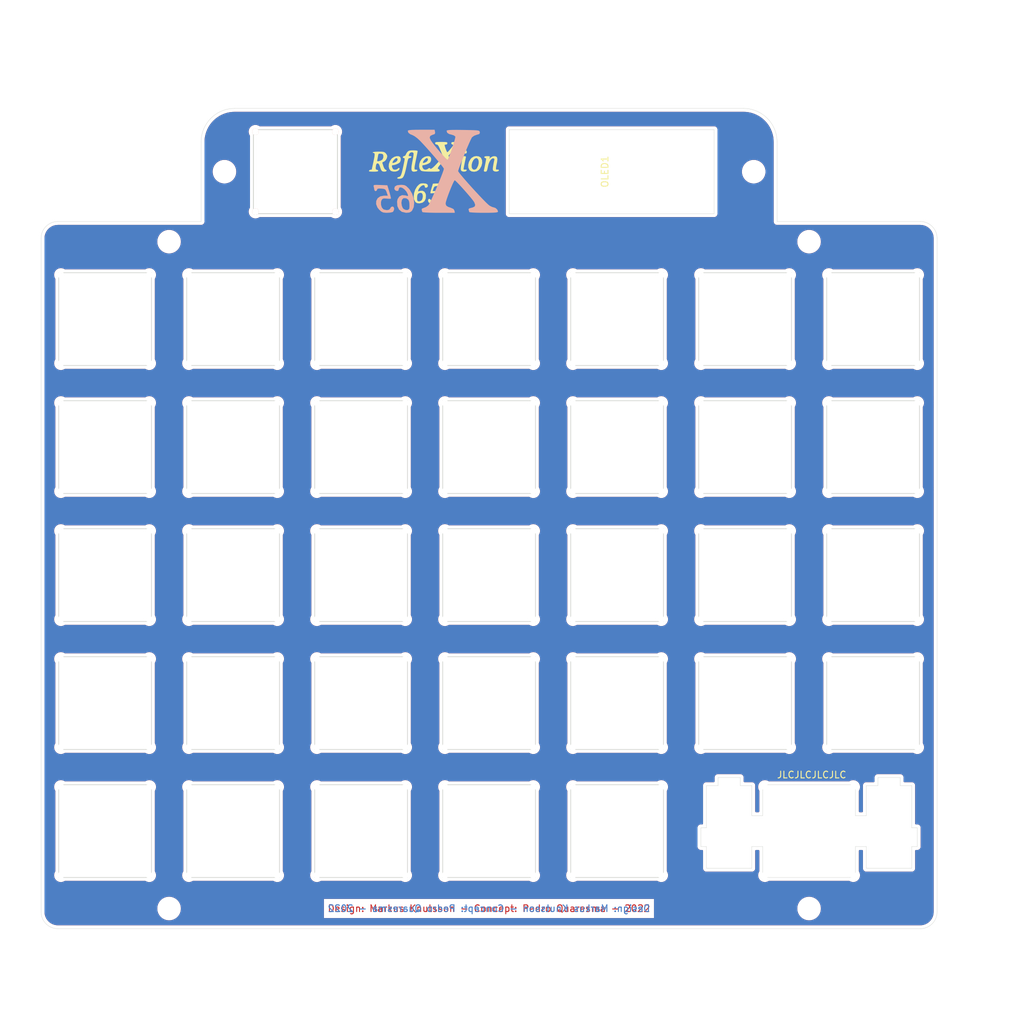
<source format=kicad_pcb>
(kicad_pcb (version 20211014) (generator pcbnew)
  (title_block (title "RefleXion - 65 Front Plate Module") (date "2022-10-10") (rev "1.0.0") (company "Tweety's Wild Thinking") (comment 1 "Design: Markus Knutsson <markus.knutsson@tweety.se>") (comment 2 "Concept: Pedro Quaresma <pq@live.ie>") (comment 3 "https://github.com/TweetyDaBird") (comment 4 "Licensed under Creative Commons BY-SA 4.0 International"))
  (layers (0 "F.Cu" signal) (31 "B.Cu" signal) (34 "B.Paste" user) (35 "F.Paste" user) (36 "B.SilkS" user "B.Silkscreen") (37 "F.SilkS" user "F.Silkscreen") (38 "B.Mask" user) (39 "F.Mask" user) (44 "Edge.Cuts" user))
  (net 0 "")
  (footprint "Keyboard_Plate:Spacer Plate hole" (layer "F.Cu") (at 158.515 35.965)
    (fp_text reference "H3" hide)
    (fp_text value "Spacer_PCB" hide)
    (pad "" np_thru_hole circle (at 0 0) (size 2.5 2.5) (drill 2.5) (layers *.Cu *.Mask))
  )
  (footprint "Keyboard_Plate:SW_MX_Plate_Placeholder" (layer "F.Cu") (at 129.94 123.69)
    (fp_text reference "SW33" hide)
    (fp_text value "SW_Push" hide)
    (fp_line (start 6.9 -6.9) (end -6.9 -6.9) (layer "Edge.Cuts") (width 0.1))
    (fp_line (start 6.9 6.9) (end 6.9 -6.9) (layer "Edge.Cuts") (width 0.1))
    (fp_line (start -6.9 6.9) (end 6.9 6.9) (layer "Edge.Cuts") (width 0.1))
    (fp_line (start -6.9 -6.9) (end -6.9 6.9) (layer "Edge.Cuts") (width 0.1))
    (pad "" np_thru_hole circle (at 6.5786 6.5786) (size 1 1) (drill 1) (layers *.Cu *.Mask))
    (pad "" np_thru_hole circle (at -6.5786 -6.5786) (size 1 1) (drill 1) (layers *.Cu *.Mask))
    (pad "" np_thru_hole circle (at 6.5786 -6.5786) (size 1 1) (drill 1) (layers *.Cu *.Mask))
    (pad "" np_thru_hole circle (at -6.5786 6.5786) (size 1 1) (drill 1) (layers *.Cu *.Mask))
  )
  (footprint "Keyboard_Plate:SW_MX_Plate_Placeholder" (layer "F.Cu") (at 110.89 66.54)
    (fp_text reference "SW11" hide)
    (fp_text value "SW_Push" hide)
    (fp_line (start -6.9 -6.9) (end -6.9 6.9) (layer "Edge.Cuts") (width 0.1))
    (fp_line (start 6.9 6.9) (end 6.9 -6.9) (layer "Edge.Cuts") (width 0.1))
    (fp_line (start -6.9 6.9) (end 6.9 6.9) (layer "Edge.Cuts") (width 0.1))
    (fp_line (start 6.9 -6.9) (end -6.9 -6.9) (layer "Edge.Cuts") (width 0.1))
    (pad "" np_thru_hole circle (at -6.5786 -6.5786) (size 1 1) (drill 1) (layers *.Cu *.Mask))
    (pad "" np_thru_hole circle (at 6.5786 -6.5786) (size 1 1) (drill 1) (layers *.Cu *.Mask))
    (pad "" np_thru_hole circle (at 6.5786 6.5786) (size 1 1) (drill 1) (layers *.Cu *.Mask))
    (pad "" np_thru_hole circle (at -6.5786 6.5786) (size 1 1) (drill 1) (layers *.Cu *.Mask))
  )
  (footprint "Keyboard_Plate:SW_MX_Plate_Placeholder" (layer "F.Cu") (at 72.79 123.69)
    (fp_text reference "SW30" hide)
    (fp_text value "SW_Push" hide)
    (fp_line (start -6.9 6.9) (end 6.9 6.9) (layer "Edge.Cuts") (width 0.1))
    (fp_line (start -6.9 -6.9) (end -6.9 6.9) (layer "Edge.Cuts") (width 0.1))
    (fp_line (start 6.9 -6.9) (end -6.9 -6.9) (layer "Edge.Cuts") (width 0.1))
    (fp_line (start 6.9 6.9) (end 6.9 -6.9) (layer "Edge.Cuts") (width 0.1))
    (pad "" np_thru_hole circle (at -6.5786 -6.5786) (size 1 1) (drill 1) (layers *.Cu *.Mask))
    (pad "" np_thru_hole circle (at -6.5786 6.5786) (size 1 1) (drill 1) (layers *.Cu *.Mask))
    (pad "" np_thru_hole circle (at 6.5786 6.5786) (size 1 1) (drill 1) (layers *.Cu *.Mask))
    (pad "" np_thru_hole circle (at 6.5786 -6.5786) (size 1 1) (drill 1) (layers *.Cu *.Mask))
  )
  (footprint "Keyboard_Plate:SW_MX_Plate_Placeholder" (layer "F.Cu") (at 110.89 123.69)
    (fp_text reference "SW32" hide)
    (fp_text value "SW_Push" hide)
    (fp_line (start 6.9 6.9) (end 6.9 -6.9) (layer "Edge.Cuts") (width 0.1))
    (fp_line (start -6.9 -6.9) (end -6.9 6.9) (layer "Edge.Cuts") (width 0.1))
    (fp_line (start -6.9 6.9) (end 6.9 6.9) (layer "Edge.Cuts") (width 0.1))
    (fp_line (start 6.9 -6.9) (end -6.9 -6.9) (layer "Edge.Cuts") (width 0.1))
    (pad "" np_thru_hole circle (at -6.5786 6.5786) (size 1 1) (drill 1) (layers *.Cu *.Mask))
    (pad "" np_thru_hole circle (at 6.5786 -6.5786) (size 1 1) (drill 1) (layers *.Cu *.Mask))
    (pad "" np_thru_hole circle (at 6.5786 6.5786) (size 1 1) (drill 1) (layers *.Cu *.Mask))
    (pad "" np_thru_hole circle (at -6.5786 -6.5786) (size 1 1) (drill 1) (layers *.Cu *.Mask))
  )
  (footprint "Keyboard_Plate:SW_MX_Plate_Placeholder" (layer "F.Cu") (at 91.84 47.49)
    (fp_text reference "SW3" hide)
    (fp_text value "SW_Push" hide)
    (fp_line (start 6.9 6.9) (end 6.9 -6.9) (layer "Edge.Cuts") (width 0.1))
    (fp_line (start 6.9 -6.9) (end -6.9 -6.9) (layer "Edge.Cuts") (width 0.1))
    (fp_line (start -6.9 -6.9) (end -6.9 6.9) (layer "Edge.Cuts") (width 0.1))
    (fp_line (start -6.9 6.9) (end 6.9 6.9) (layer "Edge.Cuts") (width 0.1))
    (pad "" np_thru_hole circle (at 6.5786 6.5786) (size 1 1) (drill 1) (layers *.Cu *.Mask))
    (pad "" np_thru_hole circle (at -6.5786 -6.5786) (size 1 1) (drill 1) (layers *.Cu *.Mask))
    (pad "" np_thru_hole circle (at 6.5786 -6.5786) (size 1 1) (drill 1) (layers *.Cu *.Mask))
    (pad "" np_thru_hole circle (at -6.5786 6.5786) (size 1 1) (drill 1) (layers *.Cu *.Mask))
  )
  (footprint "Keyboard_Plate:Spacer Plate hole" (layer "F.Cu") (at 158.515 135.215)
    (fp_text reference "H4" hide)
    (fp_text value "Spacer_PCB" hide)
    (pad "" np_thru_hole circle (at 0 0) (size 2.5 2.5) (drill 2.5) (layers *.Cu *.Mask))
  )
  (footprint "Keyboard_Plate:SW_MX_Plate_Placeholder" (layer "F.Cu") (at 148.99 104.64)
    (fp_text reference "SW27" hide)
    (fp_text value "SW_Push" hide)
    (fp_line (start -6.9 -6.9) (end -6.9 6.9) (layer "Edge.Cuts") (width 0.1))
    (fp_line (start 6.9 6.9) (end 6.9 -6.9) (layer "Edge.Cuts") (width 0.1))
    (fp_line (start -6.9 6.9) (end 6.9 6.9) (layer "Edge.Cuts") (width 0.1))
    (fp_line (start 6.9 -6.9) (end -6.9 -6.9) (layer "Edge.Cuts") (width 0.1))
    (pad "" np_thru_hole circle (at 6.5786 -6.5786) (size 1 1) (drill 1) (layers *.Cu *.Mask))
    (pad "" np_thru_hole circle (at -6.5786 6.5786) (size 1 1) (drill 1) (layers *.Cu *.Mask))
    (pad "" np_thru_hole circle (at 6.5786 6.5786) (size 1 1) (drill 1) (layers *.Cu *.Mask))
    (pad "" np_thru_hole circle (at -6.5786 -6.5786) (size 1 1) (drill 1) (layers *.Cu *.Mask))
  )
  (footprint "Keyboard_Plate:SW_MX_Plate_Placeholder" (layer "F.Cu") (at 91.84 123.69)
    (fp_text reference "SW31" hide)
    (fp_text value "SW_Push" hide)
    (fp_line (start 6.9 6.9) (end 6.9 -6.9) (layer "Edge.Cuts") (width 0.1))
    (fp_line (start 6.9 -6.9) (end -6.9 -6.9) (layer "Edge.Cuts") (width 0.1))
    (fp_line (start -6.9 6.9) (end 6.9 6.9) (layer "Edge.Cuts") (width 0.1))
    (fp_line (start -6.9 -6.9) (end -6.9 6.9) (layer "Edge.Cuts") (width 0.1))
    (pad "" np_thru_hole circle (at -6.5786 6.5786) (size 1 1) (drill 1) (layers *.Cu *.Mask))
    (pad "" np_thru_hole circle (at -6.5786 -6.5786) (size 1 1) (drill 1) (layers *.Cu *.Mask))
    (pad "" np_thru_hole circle (at 6.5786 -6.5786) (size 1 1) (drill 1) (layers *.Cu *.Mask))
    (pad "" np_thru_hole circle (at 6.5786 6.5786) (size 1 1) (drill 1) (layers *.Cu *.Mask))
  )
  (footprint "Keyboard_Plate:SW_MX_Plate_Placeholder" (layer "F.Cu") (at 148.99 66.54)
    (fp_text reference "SW13" hide)
    (fp_text value "SW_Push" hide)
    (fp_line (start -6.9 6.9) (end 6.9 6.9) (layer "Edge.Cuts") (width 0.1))
    (fp_line (start -6.9 -6.9) (end -6.9 6.9) (layer "Edge.Cuts") (width 0.1))
    (fp_line (start 6.9 6.9) (end 6.9 -6.9) (layer "Edge.Cuts") (width 0.1))
    (fp_line (start 6.9 -6.9) (end -6.9 -6.9) (layer "Edge.Cuts") (width 0.1))
    (pad "" np_thru_hole circle (at -6.5786 6.5786) (size 1 1) (drill 1) (layers *.Cu *.Mask))
    (pad "" np_thru_hole circle (at 6.5786 6.5786) (size 1 1) (drill 1) (layers *.Cu *.Mask))
    (pad "" np_thru_hole circle (at -6.5786 -6.5786) (size 1 1) (drill 1) (layers *.Cu *.Mask))
    (pad "" np_thru_hole circle (at 6.5786 -6.5786) (size 1 1) (drill 1) (layers *.Cu *.Mask))
  )
  (footprint "Keyboard_Plate:SW_MX_Plate_Placeholder" (layer "F.Cu") (at 53.74 66.54)
    (fp_text reference "SW8" hide)
    (fp_text value "SW_Push" hide)
    (fp_line (start -6.9 6.9) (end 6.9 6.9) (layer "Edge.Cuts") (width 0.1))
    (fp_line (start -6.9 -6.9) (end -6.9 6.9) (layer "Edge.Cuts") (width 0.1))
    (fp_line (start 6.9 6.9) (end 6.9 -6.9) (layer "Edge.Cuts") (width 0.1))
    (fp_line (start 6.9 -6.9) (end -6.9 -6.9) (layer "Edge.Cuts") (width 0.1))
    (pad "" np_thru_hole circle (at -6.5786 -6.5786) (size 1 1) (drill 1) (layers *.Cu *.Mask))
    (pad "" np_thru_hole circle (at 6.5786 -6.5786) (size 1 1) (drill 1) (layers *.Cu *.Mask))
    (pad "" np_thru_hole circle (at -6.5786 6.5786) (size 1 1) (drill 1) (layers *.Cu *.Mask))
    (pad "" np_thru_hole circle (at 6.5786 6.5786) (size 1 1) (drill 1) (layers *.Cu *.Mask))
  )
  (footprint "Keyboard_Plate:SW_MX_Plate_Placeholder" (layer "F.Cu") (at 72.79 66.54)
    (fp_text reference "SW9" hide)
    (fp_text value "SW_Push" hide)
    (fp_line (start 6.9 6.9) (end 6.9 -6.9) (layer "Edge.Cuts") (width 0.1))
    (fp_line (start -6.9 6.9) (end 6.9 6.9) (layer "Edge.Cuts") (width 0.1))
    (fp_line (start 6.9 -6.9) (end -6.9 -6.9) (layer "Edge.Cuts") (width 0.1))
    (fp_line (start -6.9 -6.9) (end -6.9 6.9) (layer "Edge.Cuts") (width 0.1))
    (pad "" np_thru_hole circle (at 6.5786 -6.5786) (size 1 1) (drill 1) (layers *.Cu *.Mask))
    (pad "" np_thru_hole circle (at -6.5786 -6.5786) (size 1 1) (drill 1) (layers *.Cu *.Mask))
    (pad "" np_thru_hole circle (at 6.5786 6.5786) (size 1 1) (drill 1) (layers *.Cu *.Mask))
    (pad "" np_thru_hole circle (at -6.5786 6.5786) (size 1 1) (drill 1) (layers *.Cu *.Mask))
  )
  (footprint "Keyboard_Plate:SW_MX_Plate_Placeholder" (layer "F.Cu") (at 148.99 85.59)
    (fp_text reference "SW20" hide)
    (fp_text value "SW_Push" hide)
    (fp_line (start 6.9 6.9) (end 6.9 -6.9) (layer "Edge.Cuts") (width 0.1))
    (fp_line (start -6.9 -6.9) (end -6.9 6.9) (layer "Edge.Cuts") (width 0.1))
    (fp_line (start 6.9 -6.9) (end -6.9 -6.9) (layer "Edge.Cuts") (width 0.1))
    (fp_line (start -6.9 6.9) (end 6.9 6.9) (layer "Edge.Cuts") (width 0.1))
    (pad "" np_thru_hole circle (at -6.5786 -6.5786) (size 1 1) (drill 1) (layers *.Cu *.Mask))
    (pad "" np_thru_hole circle (at -6.5786 6.5786) (size 1 1) (drill 1) (layers *.Cu *.Mask))
    (pad "" np_thru_hole circle (at 6.5786 6.5786) (size 1 1) (drill 1) (layers *.Cu *.Mask))
    (pad "" np_thru_hole circle (at 6.5786 -6.5786) (size 1 1) (drill 1) (layers *.Cu *.Mask))
  )
  (footprint "Keyboard_Plate:SW_MX_Plate_Placeholder" (layer "F.Cu") (at 110.89 85.59)
    (fp_text reference "SW18" hide)
    (fp_text value "SW_Push" hide)
    (fp_line (start -6.9 -6.9) (end -6.9 6.9) (layer "Edge.Cuts") (width 0.1))
    (fp_line (start -6.9 6.9) (end 6.9 6.9) (layer "Edge.Cuts") (width 0.1))
    (fp_line (start 6.9 6.9) (end 6.9 -6.9) (layer "Edge.Cuts") (width 0.1))
    (fp_line (start 6.9 -6.9) (end -6.9 -6.9) (layer "Edge.Cuts") (width 0.1))
    (pad "" np_thru_hole circle (at -6.5786 -6.5786) (size 1 1) (drill 1) (layers *.Cu *.Mask))
    (pad "" np_thru_hole circle (at 6.5786 6.5786) (size 1 1) (drill 1) (layers *.Cu *.Mask))
    (pad "" np_thru_hole circle (at -6.5786 6.5786) (size 1 1) (drill 1) (layers *.Cu *.Mask))
    (pad "" np_thru_hole circle (at 6.5786 -6.5786) (size 1 1) (drill 1) (layers *.Cu *.Mask))
  )
  (footprint "Keyboard_Plate:SW_MX_Plate_Placeholder" (layer "F.Cu") (at 129.94 66.54)
    (fp_text reference "SW12" hide)
    (fp_text value "SW_Push" hide)
    (fp_line (start 6.9 -6.9) (end -6.9 -6.9) (layer "Edge.Cuts") (width 0.1))
    (fp_line (start -6.9 -6.9) (end -6.9 6.9) (layer "Edge.Cuts") (width 0.1))
    (fp_line (start 6.9 6.9) (end 6.9 -6.9) (layer "Edge.Cuts") (width 0.1))
    (fp_line (start -6.9 6.9) (end 6.9 6.9) (layer "Edge.Cuts") (width 0.1))
    (pad "" np_thru_hole circle (at -6.5786 -6.5786) (size 1 1) (drill 1) (layers *.Cu *.Mask))
    (pad "" np_thru_hole circle (at -6.5786 6.5786) (size 1 1) (drill 1) (layers *.Cu *.Mask))
    (pad "" np_thru_hole circle (at 6.5786 6.5786) (size 1 1) (drill 1) (layers *.Cu *.Mask))
    (pad "" np_thru_hole circle (at 6.5786 -6.5786) (size 1 1) (drill 1) (layers *.Cu *.Mask))
  )
  (footprint "Keyboard_Plate:Spacer Plate hole" (layer "F.Cu") (at 63.265 35.965)
    (fp_text reference "H1" hide)
    (fp_text value "Spacer_PCB" hide)
    (pad "" np_thru_hole circle (at 0 0) (size 2.5 2.5) (drill 2.5) (layers *.Cu *.Mask))
  )
  (footprint "Keyboard_Plate:SW_MX_Plate_Placeholder" (layer "F.Cu") (at 110.89 47.49)
    (fp_text reference "SW4" hide)
    (fp_text value "SW_Push" hide)
    (fp_line (start -6.9 6.9) (end 6.9 6.9) (layer "Edge.Cuts") (width 0.1))
    (fp_line (start 6.9 6.9) (end 6.9 -6.9) (layer "Edge.Cuts") (width 0.1))
    (fp_line (start 6.9 -6.9) (end -6.9 -6.9) (layer "Edge.Cuts") (width 0.1))
    (fp_line (start -6.9 -6.9) (end -6.9 6.9) (layer "Edge.Cuts") (width 0.1))
    (pad "" np_thru_hole circle (at 6.5786 6.5786) (size 1 1) (drill 1) (layers *.Cu *.Mask))
    (pad "" np_thru_hole circle (at 6.5786 -6.5786) (size 1 1) (drill 1) (layers *.Cu *.Mask))
    (pad "" np_thru_hole circle (at -6.5786 6.5786) (size 1 1) (drill 1) (layers *.Cu *.Mask))
    (pad "" np_thru_hole circle (at -6.5786 -6.5786) (size 1 1) (drill 1) (layers *.Cu *.Mask))
  )
  (footprint "Logotypes:RefleXion 652" (layer "F.Cu") (at 102.57 25.55)
    (fp_text reference "G***" hide)
    (fp_text value "LOGO" hide)
  )
  (footprint "Keyboard_Plate:Spacer Plate hole" (layer "F.Cu") (at 71.505 25.55)
    (fp_text reference "H5" hide)
    (fp_text value "Spacer_Plate" hide)
    (pad "" np_thru_hole circle (at 0 0) (size 2.5 2.5) (drill 2.5) (layers *.Cu *.Mask))
  )
  (footprint "Keyboard_Plate:SW_MX_Plate_Placeholder" (layer "F.Cu") (at 72.79 85.59)
    (fp_text reference "SW16" hide)
    (fp_text value "SW_Push" hide)
    (fp_line (start 6.9 6.9) (end 6.9 -6.9) (layer "Edge.Cuts") (width 0.1))
    (fp_line (start 6.9 -6.9) (end -6.9 -6.9) (layer "Edge.Cuts") (width 0.1))
    (fp_line (start -6.9 -6.9) (end -6.9 6.9) (layer "Edge.Cuts") (width 0.1))
    (fp_line (start -6.9 6.9) (end 6.9 6.9) (layer "Edge.Cuts") (width 0.1))
    (pad "" np_thru_hole circle (at -6.5786 6.5786) (size 1 1) (drill 1) (layers *.Cu *.Mask))
    (pad "" np_thru_hole circle (at -6.5786 -6.5786) (size 1 1) (drill 1) (layers *.Cu *.Mask))
    (pad "" np_thru_hole circle (at 6.5786 -6.5786) (size 1 1) (drill 1) (layers *.Cu *.Mask))
    (pad "" np_thru_hole circle (at 6.5786 6.5786) (size 1 1) (drill 1) (layers *.Cu *.Mask))
  )
  (footprint "Keyboard_Plate:Spacer Plate hole" (layer "F.Cu") (at 150.2755 25.55)
    (fp_text reference "H6" hide)
    (fp_text value "Spacer_Plate" hide)
    (pad "" np_thru_hole circle (at 0 0) (size 2.5 2.5) (drill 2.5) (layers *.Cu *.Mask))
  )
  (footprint "Keyboard_Plate:SW_MX_Plate_Placeholder" (layer "F.Cu") (at 91.84 85.59)
    (fp_text reference "SW17" hide)
    (fp_text value "SW_Push" hide)
    (fp_line (start 6.9 6.9) (end 6.9 -6.9) (layer "Edge.Cuts") (width 0.1))
    (fp_line (start -6.9 -6.9) (end -6.9 6.9) (layer "Edge.Cuts") (width 0.1))
    (fp_line (start -6.9 6.9) (end 6.9 6.9) (layer "Edge.Cuts") (width 0.1))
    (fp_line (start 6.9 -6.9) (end -6.9 -6.9) (layer "Edge.Cuts") (width 0.1))
    (pad "" np_thru_hole circle (at 6.5786 6.5786) (size 1 1) (drill 1) (layers *.Cu *.Mask))
    (pad "" np_thru_hole circle (at -6.5786 -6.5786) (size 1 1) (drill 1) (layers *.Cu *.Mask))
    (pad "" np_thru_hole circle (at 6.5786 -6.5786) (size 1 1) (drill 1) (layers *.Cu *.Mask))
    (pad "" np_thru_hole circle (at -6.5786 6.5786) (size 1 1) (drill 1) (layers *.Cu *.Mask))
  )
  (footprint "Keyboard_Plate:SW_MX_Plate_Placeholder" (layer "F.Cu") (at 53.74 85.59)
    (fp_text reference "SW15" hide)
    (fp_text value "SW_Push" hide)
    (fp_line (start -6.9 -6.9) (end -6.9 6.9) (layer "Edge.Cuts") (width 0.1))
    (fp_line (start 6.9 -6.9) (end -6.9 -6.9) (layer "Edge.Cuts") (width 0.1))
    (fp_line (start -6.9 6.9) (end 6.9 6.9) (layer "Edge.Cuts") (width 0.1))
    (fp_line (start 6.9 6.9) (end 6.9 -6.9) (layer "Edge.Cuts") (width 0.1))
    (pad "" np_thru_hole circle (at -6.5786 -6.5786) (size 1 1) (drill 1) (layers *.Cu *.Mask))
    (pad "" np_thru_hole circle (at -6.5786 6.5786) (size 1 1) (drill 1) (layers *.Cu *.Mask))
    (pad "" np_thru_hole circle (at 6.5786 -6.5786) (size 1 1) (drill 1) (layers *.Cu *.Mask))
    (pad "" np_thru_hole circle (at 6.5786 6.5786) (size 1 1) (drill 1) (layers *.Cu *.Mask))
  )
  (footprint "Keyboard_Plate:SW_MX_Plate_Placeholder" (layer "F.Cu") (at 168.04 104.64)
    (fp_text reference "SW28" hide)
    (fp_text value "SW_Push" hide)
    (fp_line (start -6.9 6.9) (end 6.9 6.9) (layer "Edge.Cuts") (width 0.1))
    (fp_line (start -6.9 -6.9) (end -6.9 6.9) (layer "Edge.Cuts") (width 0.1))
    (fp_line (start 6.9 -6.9) (end -6.9 -6.9) (layer "Edge.Cuts") (width 0.1))
    (fp_line (start 6.9 6.9) (end 6.9 -6.9) (layer "Edge.Cuts") (width 0.1))
    (pad "" np_thru_hole circle (at -6.5786 -6.5786) (size 1 1) (drill 1) (layers *.Cu *.Mask))
    (pad "" np_thru_hole circle (at 6.5786 -6.5786) (size 1 1) (drill 1) (layers *.Cu *.Mask))
    (pad "" np_thru_hole circle (at -6.5786 6.5786) (size 1 1) (drill 1) (layers *.Cu *.Mask))
    (pad "" np_thru_hole circle (at 6.5786 6.5786) (size 1 1) (drill 1) (layers *.Cu *.Mask))
  )
  (footprint "Keyboard_Plate:SW_MX_Plate_Placeholder" (layer "F.Cu") (at 72.79 104.64)
    (fp_text reference "SW23" hide)
    (fp_text value "SW_Push" hide)
    (fp_line (start 6.9 -6.9) (end -6.9 -6.9) (layer "Edge.Cuts") (width 0.1))
    (fp_line (start -6.9 6.9) (end 6.9 6.9) (layer "Edge.Cuts") (width 0.1))
    (fp_line (start -6.9 -6.9) (end -6.9 6.9) (layer "Edge.Cuts") (width 0.1))
    (fp_line (start 6.9 6.9) (end 6.9 -6.9) (layer "Edge.Cuts") (width 0.1))
    (pad "" np_thru_hole circle (at 6.5786 6.5786) (size 1 1) (drill 1) (layers *.Cu *.Mask))
    (pad "" np_thru_hole circle (at -6.5786 -6.5786) (size 1 1) (drill 1) (layers *.Cu *.Mask))
    (pad "" np_thru_hole circle (at 6.5786 -6.5786) (size 1 1) (drill 1) (layers *.Cu *.Mask))
    (pad "" np_thru_hole circle (at -6.5786 6.5786) (size 1 1) (drill 1) (layers *.Cu *.Mask))
  )
  (footprint "Keyboard_Plate:SW_MX_Plate_Placeholder" (layer "F.Cu") (at 168.04 66.54)
    (fp_text reference "SW14" hide)
    (fp_text value "SW_Push" hide)
    (fp_line (start -6.9 -6.9) (end -6.9 6.9) (layer "Edge.Cuts") (width 0.1))
    (fp_line (start 6.9 -6.9) (end -6.9 -6.9) (layer "Edge.Cuts") (width 0.1))
    (fp_line (start 6.9 6.9) (end 6.9 -6.9) (layer "Edge.Cuts") (width 0.1))
    (fp_line (start -6.9 6.9) (end 6.9 6.9) (layer "Edge.Cuts") (width 0.1))
    (pad "" np_thru_hole circle (at 6.5786 6.5786) (size 1 1) (drill 1) (layers *.Cu *.Mask))
    (pad "" np_thru_hole circle (at -6.5786 6.5786) (size 1 1) (drill 1) (layers *.Cu *.Mask))
    (pad "" np_thru_hole circle (at 6.5786 -6.5786) (size 1 1) (drill 1) (layers *.Cu *.Mask))
    (pad "" np_thru_hole circle (at -6.5786 -6.5786) (size 1 1) (drill 1) (layers *.Cu *.Mask))
  )
  (footprint "Keyboard_Plate:SW_MX_Plate_Placeholder" (layer "F.Cu") (at 129.94 85.59)
    (fp_text reference "SW19" hide)
    (fp_text value "SW_Push" hide)
    (fp_line (start -6.9 -6.9) (end -6.9 6.9) (layer "Edge.Cuts") (width 0.1))
    (fp_line (start -6.9 6.9) (end 6.9 6.9) (layer "Edge.Cuts") (width 0.1))
    (fp_line (start 6.9 6.9) (end 6.9 -6.9) (layer "Edge.Cuts") (width 0.1))
    (fp_line (start 6.9 -6.9) (end -6.9 -6.9) (layer "Edge.Cuts") (width 0.1))
    (pad "" np_thru_hole circle (at -6.5786 6.5786) (size 1 1) (drill 1) (layers *.Cu *.Mask))
    (pad "" np_thru_hole circle (at 6.5786 -6.5786) (size 1 1) (drill 1) (layers *.Cu *.Mask))
    (pad "" np_thru_hole circle (at -6.5786 -6.5786) (size 1 1) (drill 1) (layers *.Cu *.Mask))
    (pad "" np_thru_hole circle (at 6.5786 6.5786) (size 1 1) (drill 1) (layers *.Cu *.Mask))
  )
  (footprint "Keyboard_Plate:SW_MX_Plate_Placeholder" (layer "F.Cu") (at 72.79 47.49)
    (fp_text reference "SW2" hide)
    (fp_text value "SW_Push" hide)
    (fp_line (start 6.9 6.9) (end 6.9 -6.9) (layer "Edge.Cuts") (width 0.1))
    (fp_line (start -6.9 -6.9) (end -6.9 6.9) (layer "Edge.Cuts") (width 0.1))
    (fp_line (start -6.9 6.9) (end 6.9 6.9) (layer "Edge.Cuts") (width 0.1))
    (fp_line (start 6.9 -6.9) (end -6.9 -6.9) (layer "Edge.Cuts") (width 0.1))
    (pad "" np_thru_hole circle (at 6.5786 6.5786) (size 1 1) (drill 1) (layers *.Cu *.Mask))
    (pad "" np_thru_hole circle (at -6.5786 -6.5786) (size 1 1) (drill 1) (layers *.Cu *.Mask))
    (pad "" np_thru_hole circle (at 6.5786 -6.5786) (size 1 1) (drill 1) (layers *.Cu *.Mask))
    (pad "" np_thru_hole circle (at -6.5786 6.5786) (size 1 1) (drill 1) (layers *.Cu *.Mask))
  )
  (footprint "Keyboard_Plate:SW_MX_Plate_Placeholder" (layer "F.Cu") (at 110.89 104.64)
    (fp_text reference "SW25" hide)
    (fp_text value "SW_Push" hide)
    (fp_line (start -6.9 -6.9) (end -6.9 6.9) (layer "Edge.Cuts") (width 0.1))
    (fp_line (start 6.9 6.9) (end 6.9 -6.9) (layer "Edge.Cuts") (width 0.1))
    (fp_line (start -6.9 6.9) (end 6.9 6.9) (layer "Edge.Cuts") (width 0.1))
    (fp_line (start 6.9 -6.9) (end -6.9 -6.9) (layer "Edge.Cuts") (width 0.1))
    (pad "" np_thru_hole circle (at 6.5786 -6.5786) (size 1 1) (drill 1) (layers *.Cu *.Mask))
    (pad "" np_thru_hole circle (at -6.5786 6.5786) (size 1 1) (drill 1) (layers *.Cu *.Mask))
    (pad "" np_thru_hole circle (at -6.5786 -6.5786) (size 1 1) (drill 1) (layers *.Cu *.Mask))
    (pad "" np_thru_hole circle (at 6.5786 6.5786) (size 1 1) (drill 1) (layers *.Cu *.Mask))
  )
  (footprint "Keyboard_Plate:SW_MX_Plate_Placeholder" (layer "F.Cu") (at 168.04 47.49)
    (fp_text reference "SW7" hide)
    (fp_text value "SW_Push" hide)
    (fp_line (start -6.9 -6.9) (end -6.9 6.9) (layer "Edge.Cuts") (width 0.1))
    (fp_line (start 6.9 6.9) (end 6.9 -6.9) (layer "Edge.Cuts") (width 0.1))
    (fp_line (start -6.9 6.9) (end 6.9 6.9) (layer "Edge.Cuts") (width 0.1))
    (fp_line (start 6.9 -6.9) (end -6.9 -6.9) (layer "Edge.Cuts") (width 0.1))
    (pad "" np_thru_hole circle (at -6.5786 6.5786) (size 1 1) (drill 1) (layers *.Cu *.Mask))
    (pad "" np_thru_hole circle (at -6.5786 -6.5786) (size 1 1) (drill 1) (layers *.Cu *.Mask))
    (pad "" np_thru_hole circle (at 6.5786 -6.5786) (size 1 1) (drill 1) (layers *.Cu *.Mask))
    (pad "" np_thru_hole circle (at 6.5786 6.5786) (size 1 1) (drill 1) (layers *.Cu *.Mask))
  )
  (footprint "Keyboard_Plate:Stabilizer_Cherry_MX_2.00u_PLate" (layer "F.Cu") (at 158.515 123.69 180)
    (fp_text reference "ST1" hide)
    (fp_text value "Stabilizer_2u_MX")
    (fp_line (start 6.9 -6.9) (end 6.9 -2.3) (layer "Edge.Cuts") (width 0.05))
    (fp_line (start 15.275 6.77) (end 13.55 6.77) (layer "Edge.Cuts") (width 0.05))
    (fp_line (start -6.9 -6.9) (end -6.9 -2.3) (layer "Edge.Cuts") (width 0.05))
    (fp_line (start 10.25 7.97) (end 10.25 6.77) (layer "Edge.Cuts") (width 0.05))
    (fp_line (start 10.25 7.97) (end 13.55 7.97) (layer "Edge.Cuts") (width 0.05))
    (fp_line (start -16.1 -2.3) (end -15.275 -2.3) (layer "Edge.Cuts") (width 0.05))
    (fp_line (start -10.25 6.77) (end -8.525 6.77) (layer "Edge.Cuts") (width 0.05))
    (fp_line (start -10.25 7.97) (end -10.25 6.77) (layer "Edge.Cuts") (width 0.05))
    (fp_line (start -8.525 -2.3) (end -6.9 -2.3) (layer "Edge.Cuts") (width 0.05))
    (fp_line (start -16.1 0.485) (end -16.1 -2.3) (layer "Edge.Cuts") (width 0.05))
    (fp_line (start 10.25 6.77) (end 8.525 6.77) (layer "Edge.Cuts") (width 0.05))
    (fp_line (start 15.275 -2.3) (end 15.275 -5.53) (layer "Edge.Cuts") (width 0.05))
    (fp_line (start -8.525 2.3) (end -8.525 6.77) (layer "Edge.Cuts") (width 0.05))
    (fp_line (start 8.525 -2.3) (end 6.9 -2.3) (layer "Edge.Cuts") (width 0.05))
    (fp_line (start 8.525 2.3) (end 6.9 2.3) (layer "Edge.Cuts") (width 0.05))
    (fp_line (start -15.275 6.77) (end -15.275 0.485) (layer "Edge.Cuts") (width 0.05))
    (fp_line (start 13.55 7.97) (end 13.55 6.77) (layer "Edge.Cuts") (width 0.05))
    (fp_line (start 6.9 2.3) (end 6.9 6.9) (layer "Edge.Cuts") (width 0.05))
    (fp_line (start 15.275 6.77) (end 15.275 0.485) (layer "Edge.Cuts") (width 0.05))
    (fp_line (start -8.525 -5.53) (end -15.275 -5.53) (layer "Edge.Cuts") (width 0.05))
    (fp_line (start 8.525 -2.3) (end 8.525 -5.53) (layer "Edge.Cuts") (width 0.05))
    (fp_line (start -8.525 -2.3) (end -8.525 -5.53) (layer "Edge.Cuts") (width 0.05))
    (fp_line (start -10.25 7.97) (end -13.55 7.97) (layer "Edge.Cuts") (width 0.05))
    (fp_line (start -13.55 7.97) (end -13.55 6.77) (layer "Edge.Cuts") (width 0.05))
    (fp_line (start 16.1 -2.3) (end 15.275 -2.3) (layer "Edge.Cuts") (width 0.05))
    (fp_line (start 16.1 0.485) (end 16.1 -2.3) (layer "Edge.Cuts") (width 0.05))
    (fp_line (start 16.1 0.485) (end 15.275 0.485) (layer "Edge.Cuts") (width 0.05))
    (fp_line (start -6.9 6.9) (end 6.9 6.9) (layer "Edge.Cuts") (width 0.05))
    (fp_line (start -6.9 2.3) (end -6.9 6.9) (layer "Edge.Cuts") (width 0.05))
    (fp_line (start -8.525 2.3) (end -6.9 2.3) (layer "Edge.Cuts") (width 0.05))
    (fp_line (start -16.1 0.485) (end -15.275 0.485) (layer "Edge.Cuts") (width 0.05))
    (fp_line (start -15.275 -2.3) (end -15.275 -5.53) (layer "Edge.Cuts") (width 0.05))
    (fp_line (start -6.9 -6.9) (end 6.9 -6.9) (layer "Edge.Cuts") (width 0.05))
    (fp_line (start 8.525 -5.53) (end 15.275 -5.53) (layer "Edge.Cuts") (width 0.05))
    (fp_line (start -15.275 6.77) (end -13.55 6.77) (layer "Edge.Cuts") (width 0.05))
    (fp_line (start 8.525 2.3) (end 8.525 6.77) (layer "Edge.Cuts") (width 0.05))
    (pad "" np_thru_hole circle (at 6.575 -6.575 180) (size 1 1) (drill 1) (layers F&B.Cu *.Mask))
    (pad "" np_thru_hole circle (at -6.575 6.575 180) (size 1 1) (drill 1) (layers F&B.Cu *.Mask))
    (pad "" np_thru_hole circle (at -6.575 -6.575 180) (size 1 1) (drill 1) (layers F&B.Cu *.Mask))
    (pad "" np_thru_hole circle (at 6.575 6.575 180) (size 1 1) (drill 1) (layers F&B.Cu *.Mask))
  )
  (footprint "Keyboard_Plate:Spacer Plate hole" (layer "F.Cu") (at 63.265 135.215)
    (fp_text reference "H2" hide)
    (fp_text value "Spacer_PCB" hide)
    (pad "" np_thru_hole circle (at 0 0) (size 2.5 2.5) (drill 2.5) (layers *.Cu *.Mask))
  )
  (footprint "Keyboard_Plate:SW_MX_Plate_Placeholder" (layer "F.Cu") (at 53.74 47.49)
    (fp_text reference "SW1" hide)
    (fp_text value "SW_Push" hide)
    (fp_line (start 6.9 -6.9) (end -6.9 -6.9) (layer "Edge.Cuts") (width 0.1))
    (fp_line (start 6.9 6.9) (end 6.9 -6.9) (layer "Edge.Cuts") (width 0.1))
    (fp_line (start -6.9 -6.9) (end -6.9 6.9) (layer "Edge.Cuts") (width 0.1))
    (fp_line (start -6.9 6.9) (end 6.9 6.9) (layer "Edge.Cuts") (width 0.1))
    (pad "" np_thru_hole circle (at 6.5786 -6.5786) (size 1 1) (drill 1) (layers *.Cu *.Mask))
    (pad "" np_thru_hole circle (at -6.5786 6.5786) (size 1 1) (drill 1) (layers *.Cu *.Mask))
    (pad "" np_thru_hole circle (at 6.5786 6.5786) (size 1 1) (drill 1) (layers *.Cu *.Mask))
    (pad "" np_thru_hole circle (at -6.5786 -6.5786) (size 1 1) (drill 1) (layers *.Cu *.Mask))
  )
  (footprint "Keyboard_Plate:SW_MX_Plate_Placeholder" (layer "F.Cu") (at 53.74 104.64)
    (fp_text reference "SW22" hide)
    (fp_text value "SW_Push" hide)
    (fp_line (start 6.9 6.9) (end 6.9 -6.9) (layer "Edge.Cuts") (width 0.1))
    (fp_line (start -6.9 -6.9) (end -6.9 6.9) (layer "Edge.Cuts") (width 0.1))
    (fp_line (start -6.9 6.9) (end 6.9 6.9) (layer "Edge.Cuts") (width 0.1))
    (fp_line (start 6.9 -6.9) (end -6.9 -6.9) (layer "Edge.Cuts") (width 0.1))
    (pad "" np_thru_hole circle (at 6.5786 6.5786) (size 1 1) (drill 1) (layers *.Cu *.Mask))
    (pad "" np_thru_hole circle (at -6.5786 -6.5786) (size 1 1) (drill 1) (layers *.Cu *.Mask))
    (pad "" np_thru_hole circle (at -6.5786 6.5786) (size 1 1) (drill 1) (layers *.Cu *.Mask))
    (pad "" np_thru_hole circle (at 6.5786 -6.5786) (size 1 1) (drill 1) (layers *.Cu *.Mask))
  )
  (footprint "Keyboard_Plate:SW_MX_Plate_Placeholder" (layer "F.Cu") (at 91.84 104.64)
    (fp_text reference "SW24" hide)
    (fp_text value "SW_Push" hide)
    (fp_line (start 6.9 6.9) (end 6.9 -6.9) (layer "Edge.Cuts") (width 0.1))
    (fp_line (start -6.9 -6.9) (end -6.9 6.9) (layer "Edge.Cuts") (width 0.1))
    (fp_line (start 6.9 -6.9) (end -6.9 -6.9) (layer "Edge.Cuts") (width 0.1))
    (fp_line (start -6.9 6.9) (end 6.9 6.9) (layer "Edge.Cuts") (width 0.1))
    (pad "" np_thru_hole circle (at -6.5786 -6.5786) (size 1 1) (drill 1) (layers *.Cu *.Mask))
    (pad "" np_thru_hole circle (at 6.5786 -6.5786) (size 1 1) (drill 1) (layers *.Cu *.Mask))
    (pad "" np_thru_hole circle (at -6.5786 6.5786) (size 1 1) (drill 1) (layers *.Cu *.Mask))
    (pad "" np_thru_hole circle (at 6.5786 6.5786) (size 1 1) (drill 1) (layers *.Cu *.Mask))
  )
  (footprint "Keyboard_Plate:SW_MX_Plate_Placeholder" (layer "F.Cu") (at 148.99 47.49)
    (fp_text reference "SW6" hide)
    (fp_text value "SW_Push" hide)
    (fp_line (start 6.9 6.9) (end 6.9 -6.9) (layer "Edge.Cuts") (width 0.1))
    (fp_line (start -6.9 -6.9) (end -6.9 6.9) (layer "Edge.Cuts") (width 0.1))
    (fp_line (start -6.9 6.9) (end 6.9 6.9) (layer "Edge.Cuts") (width 0.1))
    (fp_line (start 6.9 -6.9) (end -6.9 -6.9) (layer "Edge.Cuts") (width 0.1))
    (pad "" np_thru_hole circle (at -6.5786 -6.5786) (size 1 1) (drill 1) (layers *.Cu *.Mask))
    (pad "" np_thru_hole circle (at -6.5786 6.5786) (size 1 1) (drill 1) (layers *.Cu *.Mask))
    (pad "" np_thru_hole circle (at 6.5786 6.5786) (size 1 1) (drill 1) (layers *.Cu *.Mask))
    (pad "" np_thru_hole circle (at 6.5786 -6.5786) (size 1 1) (drill 1) (layers *.Cu *.Mask))
  )
  (footprint "Keyboard_Plate:SW_MX_Plate_Placeholder" (layer "F.Cu") (at 129.94 47.49)
    (fp_text reference "SW5" hide)
    (fp_text value "SW_Push" hide)
    (fp_line (start 6.9 -6.9) (end -6.9 -6.9) (layer "Edge.Cuts") (width 0.1))
    (fp_line (start -6.9 -6.9) (end -6.9 6.9) (layer "Edge.Cuts") (width 0.1))
    (fp_line (start 6.9 6.9) (end 6.9 -6.9) (layer "Edge.Cuts") (width 0.1))
    (fp_line (start -6.9 6.9) (end 6.9 6.9) (layer "Edge.Cuts") (width 0.1))
    (pad "" np_thru_hole circle (at 6.5786 -6.5786) (size 1 1) (drill 1) (layers *.Cu *.Mask))
    (pad "" np_thru_hole circle (at -6.5786 6.5786) (size 1 1) (drill 1) (layers *.Cu *.Mask))
    (pad "" np_thru_hole circle (at 6.5786 6.5786) (size 1 1) (drill 1) (layers *.Cu *.Mask))
    (pad "" np_thru_hole circle (at -6.5786 -6.5786) (size 1 1) (drill 1) (layers *.Cu *.Mask))
  )
  (footprint "Keyboard_Plate:SW_MX_Plate_Placeholder" (layer "F.Cu") (at 129.94 104.64)
    (fp_text reference "SW26" hide)
    (fp_text value "SW_Push" hide)
    (fp_line (start 6.9 -6.9) (end -6.9 -6.9) (layer "Edge.Cuts") (width 0.1))
    (fp_line (start 6.9 6.9) (end 6.9 -6.9) (layer "Edge.Cuts") (width 0.1))
    (fp_line (start -6.9 6.9) (end 6.9 6.9) (layer "Edge.Cuts") (width 0.1))
    (fp_line (start -6.9 -6.9) (end -6.9 6.9) (layer "Edge.Cuts") (width 0.1))
    (pad "" np_thru_hole circle (at 6.5786 6.5786) (size 1 1) (drill 1) (layers *.Cu *.Mask))
    (pad "" np_thru_hole circle (at -6.5786 -6.5786) (size 1 1) (drill 1) (layers *.Cu *.Mask))
    (pad "" np_thru_hole circle (at 6.5786 -6.5786) (size 1 1) (drill 1) (layers *.Cu *.Mask))
    (pad "" np_thru_hole circle (at -6.5786 6.5786) (size 1 1) (drill 1) (layers *.Cu *.Mask))
  )
  (footprint "Keyboard Encoders:Encoder_Plate_Placeholder" (layer "F.Cu") (at 82.065 25.55 180)
    (fp_text reference "ENC3" hide)
    (fp_text value "Rotary_Encoder_Click" hide)
    (fp_line (start -6.25 -6.25) (end 6.25 -6.25) (layer "Edge.Cuts") (width 0.12))
    (fp_line (start -6.25 6.25) (end -6.25 -6.25) (layer "Edge.Cuts") (width 0.12))
    (fp_line (start 6.25 6.25) (end -6.25 6.25) (layer "Edge.Cuts") (width 0.12))
    (fp_line (start 6.25 -6.25) (end 6.25 6.25) (layer "Edge.Cuts") (width 0.12))
    (pad "" np_thru_hole circle (at 5.95 5.95 180) (size 1 1) (drill 1) (layers F&B.Cu *.Mask "B.SilkS"))
    (pad "" np_thru_hole circle (at -5.95 -5.95 180) (size 1 1) (drill 1) (layers F&B.Cu *.Mask "B.SilkS"))
    (pad "" np_thru_hole circle (at -5.95 5.95 180) (size 1 1) (drill 1) (layers F&B.Cu *.Mask "B.SilkS"))
    (pad "" np_thru_hole circle (at 5.95 -5.95 180) (size 1 1) (drill 1) (layers F&B.Cu *.Mask "B.SilkS"))
  )
  (footprint "Keyboard_Plate:SW_MX_Plate_Placeholder" (layer "F.Cu") (at 53.74 123.69)
    (fp_text reference "SW29" hide)
    (fp_text value "SW_Push" hide)
    (fp_line (start 6.9 -6.9) (end -6.9 -6.9) (layer "Edge.Cuts") (width 0.1))
    (fp_line (start -6.9 -6.9) (end -6.9 6.9) (layer "Edge.Cuts") (width 0.1))
    (fp_line (start -6.9 6.9) (end 6.9 6.9) (layer "Edge.Cuts") (width 0.1))
    (fp_line (start 6.9 6.9) (end 6.9 -6.9) (layer "Edge.Cuts") (width 0.1))
    (pad "" np_thru_hole circle (at 6.5786 6.5786) (size 1 1) (drill 1) (layers *.Cu *.Mask))
    (pad "" np_thru_hole circle (at -6.5786 6.5786) (size 1 1) (drill 1) (layers *.Cu *.Mask))
    (pad "" np_thru_hole circle (at -6.5786 -6.5786) (size 1 1) (drill 1) (layers *.Cu *.Mask))
    (pad "" np_thru_hole circle (at 6.5786 -6.5786) (size 1 1) (drill 1) (layers *.Cu *.Mask))
  )
  (footprint "Keyboard_Plate:OLED Placeholder" (layer "F.Cu") (at 128.125 25.55 180)
    (fp_text reference "OLED1" (at 0 0 270) (layer "F.SilkS"))
    (fp_text value "OLED_4pin")
    (fp_line (start -16.25 -6.25) (end -16.25 6.25) (layer "Edge.Cuts") (width 0.05))
    (fp_line (start 14.25 -6.25) (end -16.25 -6.25) (layer "Edge.Cuts") (width 0.05))
    (fp_line (start 14.25 -6.25) (end 14.25 6.25) (layer "Edge.Cuts") (width 0.05))
    (fp_line (start -16.25 6.25) (end 14.25 6.25) (layer "Edge.Cuts") (width 0.05))
  )
  (footprint "Keyboard_Plate:SW_MX_Plate_Placeholder" (layer "F.Cu") (at 168.04 85.59)
    (fp_text reference "SW21" hide)
    (fp_text value "SW_Push" hide)
    (fp_line (start 6.9 -6.9) (end -6.9 -6.9) (layer "Edge.Cuts") (width 0.1))
    (fp_line (start -6.9 6.9) (end 6.9 6.9) (layer "Edge.Cuts") (width 0.1))
    (fp_line (start 6.9 6.9) (end 6.9 -6.9) (layer "Edge.Cuts") (width 0.1))
    (fp_line (start -6.9 -6.9) (end -6.9 6.9) (layer "Edge.Cuts") (width 0.1))
    (pad "" np_thru_hole circle (at -6.5786 -6.5786) (size 1 1) (drill 1) (layers *.Cu *.Mask))
    (pad "" np_thru_hole circle (at 6.5786 -6.5786) (size 1 1) (drill 1) (layers *.Cu *.Mask))
    (pad "" np_thru_hole circle (at 6.5786 6.5786) (size 1 1) (drill 1) (layers *.Cu *.Mask))
    (pad "" np_thru_hole circle (at -6.5786 6.5786) (size 1 1) (drill 1) (layers *.Cu *.Mask))
  )
  (footprint "Keyboard_Plate:SW_MX_Plate_Placeholder" (layer "F.Cu") (at 91.84 66.54)
    (fp_text reference "SW10" hide)
    (fp_text value "SW_Push" hide)
    (fp_line (start 6.9 6.9) (end 6.9 -6.9) (layer "Edge.Cuts") (width 0.1))
    (fp_line (start -6.9 6.9) (end 6.9 6.9) (layer "Edge.Cuts") (width 0.1))
    (fp_line (start 6.9 -6.9) (end -6.9 -6.9) (layer "Edge.Cuts") (width 0.1))
    (fp_line (start -6.9 -6.9) (end -6.9 6.9) (layer "Edge.Cuts") (width 0.1))
    (pad "" np_thru_hole circle (at -6.5786 -6.5786) (size 1 1) (drill 1) (layers *.Cu *.Mask))
    (pad "" np_thru_hole circle (at -6.5786 6.5786) (size 1 1) (drill 1) (layers *.Cu *.Mask))
    (pad "" np_thru_hole circle (at 6.5786 -6.5786) (size 1 1) (drill 1) (layers *.Cu *.Mask))
    (pad "" np_thru_hole circle (at 6.5786 6.5786) (size 1 1) (drill 1) (layers *.Cu *.Mask))
  )
  (footprint "Logotypes:X65" (layer "B.Cu") (at 102.547075 24.952435 180)
    (fp_text reference "G***" hide)
    (fp_text value "LOGO" hide)
  )
  (gr_arc (start 46.715474 138.215075) (mid 44.947354 137.482696) (end 44.214975 135.714576) (layer "Edge.Cuts") (width 0.05))
  (gr_arc (start 44.214975 35.465499) (mid 44.947354 33.697379) (end 46.715474 32.965) (layer "Edge.Cuts") (width 0.05))
  (gr_line (start 73.028 16.135) (end 148.751511 16.134511) (layer "Edge.Cuts") (width 0.05))
  (gr_arc (start 177.565 135.714576) (mid 176.832621 137.482696) (end 175.064501 138.215075) (layer "Edge.Cuts") (width 0.05))
  (gr_line (start 68.0275 32.965) (end 46.715474 32.965) (layer "Edge.Cuts") (width 0.05))
  (gr_line (start 44.215 47.6) (end 44.214975 135.714576) (layer "Edge.Cuts") (width 0.05))
  (gr_line (start 44.215 47.6) (end 44.214975 35.465499) (layer "Edge.Cuts") (width 0.05))
  (gr_line (start 177.565 135.714576) (end 177.564551 35.465499) (layer "Edge.Cuts") (width 0.05))
  (gr_line (start 68.0275 21.135489) (end 68.0275 32.965) (layer "Edge.Cuts") (width 0.05))
  (gr_arc (start 175.064052 32.965) (mid 176.832172 33.697379) (end 177.564551 35.465499) (layer "Edge.Cuts") (width 0.05))
  (gr_line (start 153.752 32.965) (end 175.064052 32.965) (layer "Edge.Cuts") (width 0.05))
  (gr_line (start 153.752 21.135) (end 153.752 32.965) (layer "Edge.Cuts") (width 0.05))
  (gr_arc (start 68.027511 21.135489) (mid 69.492124 17.599616) (end 73.028 16.135) (layer "Edge.Cuts") (width 0.05))
  (gr_arc (start 148.751511 16.134511) (mid 152.287384 17.599124) (end 153.752 21.135) (layer "Edge.Cuts") (width 0.05))
  (gr_line (start 46.715474 138.215075) (end 175.064501 138.215075) (layer "Edge.Cuts") (width 0.05))
  (gr_text " https://github.com/TweetyDaBird" (at 139.52 85.07 90) (layer "F.Cu") (effects (font (size 1 1))))
  (gr_text "CC BY-SA 4.0 International " (at 158.52 85.07 90) (layer "F.Cu") (effects (font (size 1 1))))
  (gr_text "Design: Markus Knutsson - Concept: Pedro Quaresma - 2022" (at 110.87 135.21) (layer "F.Cu") (effects (font (size 1 1))))
  (gr_text "Design: Markus Knutsson - Concept: Pedro Quaresma - 2022" (at 110.87 135.21) (layer "B.Cu") (effects (font (size 1 1)) (justify mirror)))
  (gr_text "JLCJLCJLCJLC" (at 158.9024 115.316) (layer "F.SilkS") (effects (font (size 1 1))))
  (zone locked (net 0) (net_name "") (layers F&B.Cu) (connect_pads (clearance 0.508)) (min_thickness 0.254) (fill yes (thermal_gap 0.508) (thermal_bridge_width 0.508))
    (polygon (pts (xy 190.5 152.4) (xy 38.1 152.4) (xy 38.1 0) (xy 190.5 0)))
  )
)
</source>
